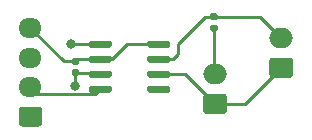
<source format=gbr>
%TF.GenerationSoftware,KiCad,Pcbnew,(5.1.10)-1*%
%TF.CreationDate,2021-12-28T15:59:08-05:00*%
%TF.ProjectId,CAN Transceiver Breakout,43414e20-5472-4616-9e73-636569766572,rev?*%
%TF.SameCoordinates,Original*%
%TF.FileFunction,Copper,L1,Top*%
%TF.FilePolarity,Positive*%
%FSLAX46Y46*%
G04 Gerber Fmt 4.6, Leading zero omitted, Abs format (unit mm)*
G04 Created by KiCad (PCBNEW (5.1.10)-1) date 2021-12-28 15:59:08*
%MOMM*%
%LPD*%
G01*
G04 APERTURE LIST*
%TA.AperFunction,ComponentPad*%
%ADD10O,2.000000X1.700000*%
%TD*%
%TA.AperFunction,ComponentPad*%
%ADD11O,1.950000X1.700000*%
%TD*%
%TA.AperFunction,ViaPad*%
%ADD12C,0.800000*%
%TD*%
%TA.AperFunction,Conductor*%
%ADD13C,0.250000*%
%TD*%
G04 APERTURE END LIST*
D10*
%TO.P,J3,2*%
%TO.N,Res*%
X107420000Y-74220000D03*
%TO.P,J3,1*%
%TO.N,CANL*%
%TA.AperFunction,ComponentPad*%
G36*
G01*
X108170000Y-77570000D02*
X106670000Y-77570000D01*
G75*
G02*
X106420000Y-77320000I0J250000D01*
G01*
X106420000Y-76120000D01*
G75*
G02*
X106670000Y-75870000I250000J0D01*
G01*
X108170000Y-75870000D01*
G75*
G02*
X108420000Y-76120000I0J-250000D01*
G01*
X108420000Y-77320000D01*
G75*
G02*
X108170000Y-77570000I-250000J0D01*
G01*
G37*
%TD.AperFunction*%
%TD*%
%TO.P,U1,8*%
%TO.N,Earth*%
%TA.AperFunction,SMDPad,CuDef*%
G36*
G01*
X101670000Y-71825000D02*
X101670000Y-71525000D01*
G75*
G02*
X101820000Y-71375000I150000J0D01*
G01*
X103470000Y-71375000D01*
G75*
G02*
X103620000Y-71525000I0J-150000D01*
G01*
X103620000Y-71825000D01*
G75*
G02*
X103470000Y-71975000I-150000J0D01*
G01*
X101820000Y-71975000D01*
G75*
G02*
X101670000Y-71825000I0J150000D01*
G01*
G37*
%TD.AperFunction*%
%TO.P,U1,7*%
%TO.N,CANH*%
%TA.AperFunction,SMDPad,CuDef*%
G36*
G01*
X101670000Y-73095000D02*
X101670000Y-72795000D01*
G75*
G02*
X101820000Y-72645000I150000J0D01*
G01*
X103470000Y-72645000D01*
G75*
G02*
X103620000Y-72795000I0J-150000D01*
G01*
X103620000Y-73095000D01*
G75*
G02*
X103470000Y-73245000I-150000J0D01*
G01*
X101820000Y-73245000D01*
G75*
G02*
X101670000Y-73095000I0J150000D01*
G01*
G37*
%TD.AperFunction*%
%TO.P,U1,6*%
%TO.N,CANL*%
%TA.AperFunction,SMDPad,CuDef*%
G36*
G01*
X101670000Y-74365000D02*
X101670000Y-74065000D01*
G75*
G02*
X101820000Y-73915000I150000J0D01*
G01*
X103470000Y-73915000D01*
G75*
G02*
X103620000Y-74065000I0J-150000D01*
G01*
X103620000Y-74365000D01*
G75*
G02*
X103470000Y-74515000I-150000J0D01*
G01*
X101820000Y-74515000D01*
G75*
G02*
X101670000Y-74365000I0J150000D01*
G01*
G37*
%TD.AperFunction*%
%TO.P,U1,5*%
%TO.N,Net-(U1-Pad5)*%
%TA.AperFunction,SMDPad,CuDef*%
G36*
G01*
X101670000Y-75635000D02*
X101670000Y-75335000D01*
G75*
G02*
X101820000Y-75185000I150000J0D01*
G01*
X103470000Y-75185000D01*
G75*
G02*
X103620000Y-75335000I0J-150000D01*
G01*
X103620000Y-75635000D01*
G75*
G02*
X103470000Y-75785000I-150000J0D01*
G01*
X101820000Y-75785000D01*
G75*
G02*
X101670000Y-75635000I0J150000D01*
G01*
G37*
%TD.AperFunction*%
%TO.P,U1,4*%
%TO.N,RX*%
%TA.AperFunction,SMDPad,CuDef*%
G36*
G01*
X96720000Y-75635000D02*
X96720000Y-75335000D01*
G75*
G02*
X96870000Y-75185000I150000J0D01*
G01*
X98520000Y-75185000D01*
G75*
G02*
X98670000Y-75335000I0J-150000D01*
G01*
X98670000Y-75635000D01*
G75*
G02*
X98520000Y-75785000I-150000J0D01*
G01*
X96870000Y-75785000D01*
G75*
G02*
X96720000Y-75635000I0J150000D01*
G01*
G37*
%TD.AperFunction*%
%TO.P,U1,3*%
%TO.N,+3V3*%
%TA.AperFunction,SMDPad,CuDef*%
G36*
G01*
X96720000Y-74365000D02*
X96720000Y-74065000D01*
G75*
G02*
X96870000Y-73915000I150000J0D01*
G01*
X98520000Y-73915000D01*
G75*
G02*
X98670000Y-74065000I0J-150000D01*
G01*
X98670000Y-74365000D01*
G75*
G02*
X98520000Y-74515000I-150000J0D01*
G01*
X96870000Y-74515000D01*
G75*
G02*
X96720000Y-74365000I0J150000D01*
G01*
G37*
%TD.AperFunction*%
%TO.P,U1,2*%
%TO.N,Earth*%
%TA.AperFunction,SMDPad,CuDef*%
G36*
G01*
X96720000Y-73095000D02*
X96720000Y-72795000D01*
G75*
G02*
X96870000Y-72645000I150000J0D01*
G01*
X98520000Y-72645000D01*
G75*
G02*
X98670000Y-72795000I0J-150000D01*
G01*
X98670000Y-73095000D01*
G75*
G02*
X98520000Y-73245000I-150000J0D01*
G01*
X96870000Y-73245000D01*
G75*
G02*
X96720000Y-73095000I0J150000D01*
G01*
G37*
%TD.AperFunction*%
%TO.P,U1,1*%
%TO.N,TX*%
%TA.AperFunction,SMDPad,CuDef*%
G36*
G01*
X96720000Y-71825000D02*
X96720000Y-71525000D01*
G75*
G02*
X96870000Y-71375000I150000J0D01*
G01*
X98520000Y-71375000D01*
G75*
G02*
X98670000Y-71525000I0J-150000D01*
G01*
X98670000Y-71825000D01*
G75*
G02*
X98520000Y-71975000I-150000J0D01*
G01*
X96870000Y-71975000D01*
G75*
G02*
X96720000Y-71825000I0J150000D01*
G01*
G37*
%TD.AperFunction*%
%TD*%
%TO.P,R1,2*%
%TO.N,Res*%
%TA.AperFunction,SMDPad,CuDef*%
G36*
G01*
X107157500Y-70010000D02*
X107502500Y-70010000D01*
G75*
G02*
X107650000Y-70157500I0J-147500D01*
G01*
X107650000Y-70452500D01*
G75*
G02*
X107502500Y-70600000I-147500J0D01*
G01*
X107157500Y-70600000D01*
G75*
G02*
X107010000Y-70452500I0J147500D01*
G01*
X107010000Y-70157500D01*
G75*
G02*
X107157500Y-70010000I147500J0D01*
G01*
G37*
%TD.AperFunction*%
%TO.P,R1,1*%
%TO.N,CANH*%
%TA.AperFunction,SMDPad,CuDef*%
G36*
G01*
X107157500Y-69040000D02*
X107502500Y-69040000D01*
G75*
G02*
X107650000Y-69187500I0J-147500D01*
G01*
X107650000Y-69482500D01*
G75*
G02*
X107502500Y-69630000I-147500J0D01*
G01*
X107157500Y-69630000D01*
G75*
G02*
X107010000Y-69482500I0J147500D01*
G01*
X107010000Y-69187500D01*
G75*
G02*
X107157500Y-69040000I147500J0D01*
G01*
G37*
%TD.AperFunction*%
%TD*%
%TO.P,J2,2*%
%TO.N,CANH*%
X113030000Y-71160000D03*
%TO.P,J2,1*%
%TO.N,CANL*%
%TA.AperFunction,ComponentPad*%
G36*
G01*
X113780000Y-74510000D02*
X112280000Y-74510000D01*
G75*
G02*
X112030000Y-74260000I0J250000D01*
G01*
X112030000Y-73060000D01*
G75*
G02*
X112280000Y-72810000I250000J0D01*
G01*
X113780000Y-72810000D01*
G75*
G02*
X114030000Y-73060000I0J-250000D01*
G01*
X114030000Y-74260000D01*
G75*
G02*
X113780000Y-74510000I-250000J0D01*
G01*
G37*
%TD.AperFunction*%
%TD*%
D11*
%TO.P,J1,4*%
%TO.N,Earth*%
X91800000Y-70300000D03*
%TO.P,J1,3*%
%TO.N,TX*%
X91800000Y-72800000D03*
%TO.P,J1,2*%
%TO.N,RX*%
X91800000Y-75300000D03*
%TO.P,J1,1*%
%TO.N,+3V3*%
%TA.AperFunction,ComponentPad*%
G36*
G01*
X92525000Y-78650000D02*
X91075000Y-78650000D01*
G75*
G02*
X90825000Y-78400000I0J250000D01*
G01*
X90825000Y-77200000D01*
G75*
G02*
X91075000Y-76950000I250000J0D01*
G01*
X92525000Y-76950000D01*
G75*
G02*
X92775000Y-77200000I0J-250000D01*
G01*
X92775000Y-78400000D01*
G75*
G02*
X92525000Y-78650000I-250000J0D01*
G01*
G37*
%TD.AperFunction*%
%TD*%
%TO.P,C1,2*%
%TO.N,Earth*%
%TA.AperFunction,SMDPad,CuDef*%
G36*
G01*
X95772500Y-73410000D02*
X95427500Y-73410000D01*
G75*
G02*
X95280000Y-73262500I0J147500D01*
G01*
X95280000Y-72967500D01*
G75*
G02*
X95427500Y-72820000I147500J0D01*
G01*
X95772500Y-72820000D01*
G75*
G02*
X95920000Y-72967500I0J-147500D01*
G01*
X95920000Y-73262500D01*
G75*
G02*
X95772500Y-73410000I-147500J0D01*
G01*
G37*
%TD.AperFunction*%
%TO.P,C1,1*%
%TO.N,+3V3*%
%TA.AperFunction,SMDPad,CuDef*%
G36*
G01*
X95772500Y-74380000D02*
X95427500Y-74380000D01*
G75*
G02*
X95280000Y-74232500I0J147500D01*
G01*
X95280000Y-73937500D01*
G75*
G02*
X95427500Y-73790000I147500J0D01*
G01*
X95772500Y-73790000D01*
G75*
G02*
X95920000Y-73937500I0J-147500D01*
G01*
X95920000Y-74232500D01*
G75*
G02*
X95772500Y-74380000I-147500J0D01*
G01*
G37*
%TD.AperFunction*%
%TD*%
D12*
%TO.N,+3V3*%
X95600000Y-75200000D03*
%TO.N,TX*%
X95250000Y-71620000D03*
%TD*%
D13*
%TO.N,Earth*%
X95770000Y-72945000D02*
X95600000Y-73115000D01*
X97695000Y-72945000D02*
X95770000Y-72945000D01*
X99940000Y-71675000D02*
X102645000Y-71675000D01*
X98670000Y-72945000D02*
X99940000Y-71675000D01*
X97695000Y-72945000D02*
X98670000Y-72945000D01*
X94615000Y-73115000D02*
X91800000Y-70300000D01*
X95600000Y-73115000D02*
X94615000Y-73115000D01*
%TO.N,+3V3*%
X97565000Y-74085000D02*
X97695000Y-74215000D01*
X95600000Y-74085000D02*
X97565000Y-74085000D01*
X95600000Y-75200000D02*
X95600000Y-74085000D01*
%TO.N,TX*%
X91800000Y-72800000D02*
X91800000Y-73200000D01*
X95305000Y-71675000D02*
X95250000Y-71620000D01*
X97695000Y-71675000D02*
X95305000Y-71675000D01*
%TO.N,RX*%
X92425001Y-75925001D02*
X91800000Y-75300000D01*
X97254999Y-75925001D02*
X92425001Y-75925001D01*
X97695000Y-75485000D02*
X97254999Y-75925001D01*
%TO.N,CANL*%
X104915000Y-74215000D02*
X107420000Y-76720000D01*
X102645000Y-74215000D02*
X104915000Y-74215000D01*
X109970000Y-76720000D02*
X113030000Y-73660000D01*
X107420000Y-76720000D02*
X109970000Y-76720000D01*
%TO.N,CANH*%
X113030000Y-71160000D02*
X111235000Y-69365000D01*
X104320000Y-71646768D02*
X104320000Y-72460000D01*
X103835000Y-72945000D02*
X102645000Y-72945000D01*
X104320000Y-72460000D02*
X103835000Y-72945000D01*
X104320000Y-71646768D02*
X106601768Y-69365000D01*
X107300000Y-69365000D02*
X107330000Y-69335000D01*
X106601768Y-69365000D02*
X107300000Y-69365000D01*
X111205000Y-69335000D02*
X111235000Y-69365000D01*
X107330000Y-69335000D02*
X111205000Y-69335000D01*
%TO.N,Res*%
X107330000Y-74130000D02*
X107420000Y-74220000D01*
X107330000Y-70305000D02*
X107330000Y-74130000D01*
%TD*%
M02*

</source>
